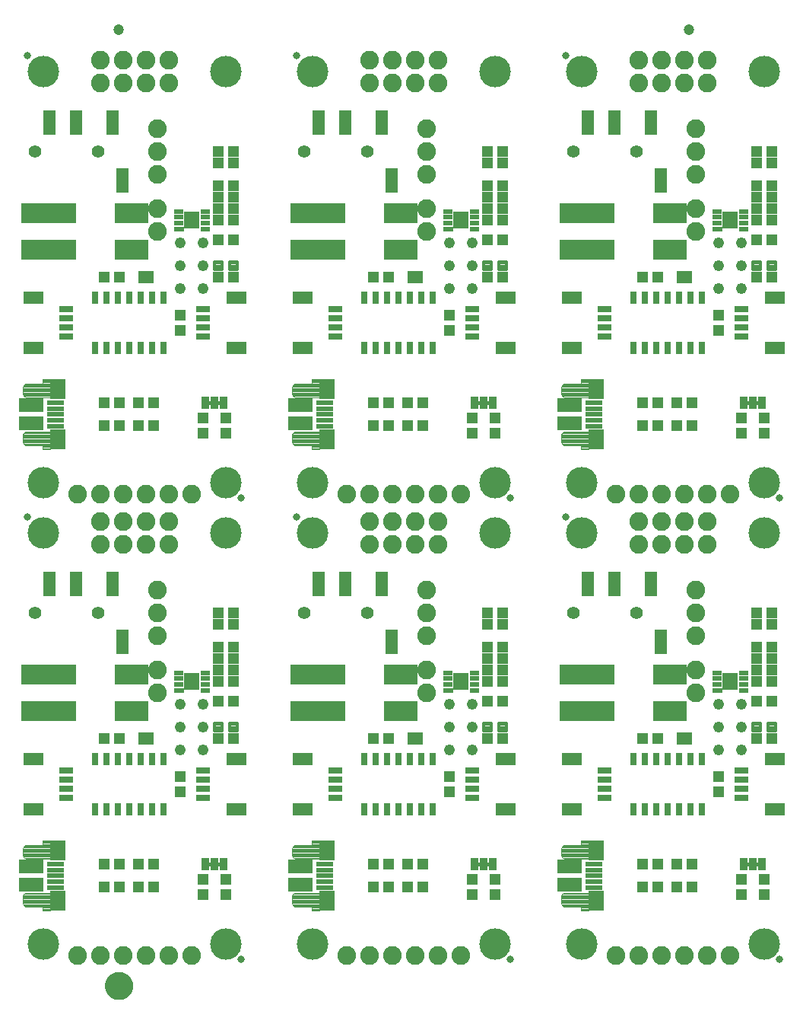
<source format=gts>
G75*
%MOIN*%
%OFA0B0*%
%FSLAX25Y25*%
%IPPOS*%
%LPD*%
%AMOC8*
5,1,8,0,0,1.08239X$1,22.5*
%
%ADD10C,0.13800*%
%ADD11C,0.03300*%
%ADD12R,0.08674X0.05524*%
%ADD13R,0.06115X0.03162*%
%ADD14C,0.08200*%
%ADD15R,0.05131X0.04737*%
%ADD16C,0.01421*%
%ADD17R,0.04737X0.05131*%
%ADD18R,0.07690X0.02375*%
%ADD19R,0.06548X0.08674*%
%ADD20R,0.10643X0.06410*%
%ADD21C,0.00400*%
%ADD22R,0.04146X0.02178*%
%ADD23C,0.00218*%
%ADD24R,0.06706X0.07690*%
%ADD25R,0.03300X0.05800*%
%ADD26R,0.03162X0.05524*%
%ADD27C,0.00500*%
%ADD28C,0.04808*%
%ADD29R,0.14580X0.08674*%
%ADD30R,0.24422X0.08674*%
%ADD31R,0.05524X0.10643*%
%ADD32C,0.05524*%
%ADD33C,0.04737*%
%ADD34C,0.05000*%
%ADD35C,0.06706*%
D10*
X0054750Y0038500D03*
X0134750Y0038500D03*
X0172750Y0038500D03*
X0252750Y0038500D03*
X0290750Y0038500D03*
X0370750Y0038500D03*
X0370750Y0218500D03*
X0370750Y0240500D03*
X0290750Y0240500D03*
X0290750Y0218500D03*
X0252750Y0218500D03*
X0252750Y0240500D03*
X0172750Y0240500D03*
X0172750Y0218500D03*
X0134750Y0218500D03*
X0134750Y0240500D03*
X0054750Y0240500D03*
X0054750Y0218500D03*
X0054750Y0420500D03*
X0134750Y0420500D03*
X0172750Y0420500D03*
X0252750Y0420500D03*
X0290750Y0420500D03*
X0370750Y0420500D03*
D11*
X0283750Y0427500D03*
X0165750Y0427500D03*
X0047750Y0427500D03*
X0141250Y0234000D03*
X0165750Y0225500D03*
X0259250Y0234000D03*
X0283750Y0225500D03*
X0377250Y0234000D03*
X0377250Y0032000D03*
X0259250Y0032000D03*
X0141250Y0032000D03*
X0047750Y0225500D03*
D12*
X0050281Y0299476D03*
X0050281Y0321524D03*
X0139219Y0321524D03*
X0139219Y0299476D03*
X0168281Y0299476D03*
X0168281Y0321524D03*
X0257219Y0321524D03*
X0257219Y0299476D03*
X0286281Y0299476D03*
X0286281Y0321524D03*
X0375219Y0321524D03*
X0375219Y0299476D03*
X0375219Y0119524D03*
X0375219Y0097476D03*
X0286281Y0097476D03*
X0286281Y0119524D03*
X0257219Y0119524D03*
X0257219Y0097476D03*
X0168281Y0097476D03*
X0168281Y0119524D03*
X0139219Y0119524D03*
X0139219Y0097476D03*
X0050281Y0097476D03*
X0050281Y0119524D03*
D13*
X0064750Y0114406D03*
X0064750Y0110469D03*
X0064750Y0106531D03*
X0064750Y0102594D03*
X0124750Y0102594D03*
X0124750Y0106531D03*
X0124750Y0110469D03*
X0124750Y0114406D03*
X0182750Y0114406D03*
X0182750Y0110469D03*
X0182750Y0106531D03*
X0182750Y0102594D03*
X0242750Y0102594D03*
X0242750Y0106531D03*
X0242750Y0110469D03*
X0242750Y0114406D03*
X0300750Y0114406D03*
X0300750Y0110469D03*
X0300750Y0106531D03*
X0300750Y0102594D03*
X0360750Y0102594D03*
X0360750Y0106531D03*
X0360750Y0110469D03*
X0360750Y0114406D03*
X0360750Y0304594D03*
X0360750Y0308531D03*
X0360750Y0312469D03*
X0360750Y0316406D03*
X0300750Y0316406D03*
X0300750Y0312469D03*
X0300750Y0308531D03*
X0300750Y0304594D03*
X0242750Y0304594D03*
X0242750Y0308531D03*
X0242750Y0312469D03*
X0242750Y0316406D03*
X0182750Y0316406D03*
X0182750Y0312469D03*
X0182750Y0308531D03*
X0182750Y0304594D03*
X0124750Y0304594D03*
X0124750Y0308531D03*
X0124750Y0312469D03*
X0124750Y0316406D03*
X0064750Y0316406D03*
X0064750Y0312469D03*
X0064750Y0308531D03*
X0064750Y0304594D03*
D14*
X0104750Y0350500D03*
X0104750Y0360500D03*
X0104750Y0375500D03*
X0104750Y0385500D03*
X0104750Y0395500D03*
X0099750Y0415500D03*
X0099750Y0425500D03*
X0089750Y0425500D03*
X0089750Y0415500D03*
X0079750Y0415500D03*
X0079750Y0425500D03*
X0109750Y0425500D03*
X0109750Y0415500D03*
X0197750Y0415500D03*
X0197750Y0425500D03*
X0207750Y0425500D03*
X0207750Y0415500D03*
X0217750Y0415500D03*
X0217750Y0425500D03*
X0227750Y0425500D03*
X0227750Y0415500D03*
X0222750Y0395500D03*
X0222750Y0385500D03*
X0222750Y0375500D03*
X0222750Y0360500D03*
X0222750Y0350500D03*
X0315750Y0415500D03*
X0315750Y0425500D03*
X0325750Y0425500D03*
X0325750Y0415500D03*
X0335750Y0415500D03*
X0335750Y0425500D03*
X0345750Y0425500D03*
X0345750Y0415500D03*
X0340750Y0395500D03*
X0340750Y0385500D03*
X0340750Y0375500D03*
X0340750Y0360500D03*
X0340750Y0350500D03*
X0335750Y0235500D03*
X0325750Y0235500D03*
X0315750Y0235500D03*
X0305750Y0235500D03*
X0315750Y0223500D03*
X0315750Y0213500D03*
X0325750Y0213500D03*
X0325750Y0223500D03*
X0335750Y0223500D03*
X0335750Y0213500D03*
X0345750Y0213500D03*
X0345750Y0223500D03*
X0345750Y0235500D03*
X0355750Y0235500D03*
X0340750Y0193500D03*
X0340750Y0183500D03*
X0340750Y0173500D03*
X0340750Y0158500D03*
X0340750Y0148500D03*
X0237750Y0235500D03*
X0227750Y0235500D03*
X0217750Y0235500D03*
X0207750Y0235500D03*
X0197750Y0235500D03*
X0187750Y0235500D03*
X0197750Y0223500D03*
X0197750Y0213500D03*
X0207750Y0213500D03*
X0207750Y0223500D03*
X0217750Y0223500D03*
X0217750Y0213500D03*
X0227750Y0213500D03*
X0227750Y0223500D03*
X0222750Y0193500D03*
X0222750Y0183500D03*
X0222750Y0173500D03*
X0222750Y0158500D03*
X0222750Y0148500D03*
X0119750Y0235500D03*
X0109750Y0235500D03*
X0099750Y0235500D03*
X0089750Y0235500D03*
X0079750Y0235500D03*
X0069750Y0235500D03*
X0079750Y0223500D03*
X0079750Y0213500D03*
X0089750Y0213500D03*
X0089750Y0223500D03*
X0099750Y0223500D03*
X0099750Y0213500D03*
X0109750Y0213500D03*
X0109750Y0223500D03*
X0104750Y0193500D03*
X0104750Y0183500D03*
X0104750Y0173500D03*
X0104750Y0158500D03*
X0104750Y0148500D03*
X0099750Y0033500D03*
X0089750Y0033500D03*
X0079750Y0033500D03*
X0069750Y0033500D03*
X0109750Y0033500D03*
X0119750Y0033500D03*
X0187750Y0033500D03*
X0197750Y0033500D03*
X0207750Y0033500D03*
X0217750Y0033500D03*
X0227750Y0033500D03*
X0237750Y0033500D03*
X0305750Y0033500D03*
X0315750Y0033500D03*
X0325750Y0033500D03*
X0335750Y0033500D03*
X0345750Y0033500D03*
X0355750Y0033500D03*
D15*
X0339096Y0063500D03*
X0332404Y0063500D03*
X0324096Y0063500D03*
X0317404Y0063500D03*
X0317404Y0073500D03*
X0324096Y0073500D03*
X0332404Y0073500D03*
X0339096Y0073500D03*
X0324096Y0128500D03*
X0317404Y0128500D03*
X0367404Y0128500D03*
X0374096Y0128500D03*
X0374096Y0145000D03*
X0367404Y0145000D03*
X0367404Y0153500D03*
X0367404Y0158500D03*
X0367404Y0163500D03*
X0367404Y0168500D03*
X0374096Y0168500D03*
X0374096Y0163500D03*
X0374096Y0158500D03*
X0374096Y0153500D03*
X0374096Y0178500D03*
X0374096Y0183500D03*
X0367404Y0183500D03*
X0367404Y0178500D03*
X0339096Y0265500D03*
X0332404Y0265500D03*
X0324096Y0265500D03*
X0317404Y0265500D03*
X0317404Y0275500D03*
X0324096Y0275500D03*
X0332404Y0275500D03*
X0339096Y0275500D03*
X0324096Y0330500D03*
X0317404Y0330500D03*
X0367404Y0330500D03*
X0374096Y0330500D03*
X0374096Y0347000D03*
X0367404Y0347000D03*
X0367404Y0355500D03*
X0367404Y0360500D03*
X0367404Y0365500D03*
X0367404Y0370500D03*
X0374096Y0370500D03*
X0374096Y0365500D03*
X0374096Y0360500D03*
X0374096Y0355500D03*
X0374096Y0380500D03*
X0374096Y0385500D03*
X0367404Y0385500D03*
X0367404Y0380500D03*
X0256096Y0380500D03*
X0256096Y0385500D03*
X0249404Y0385500D03*
X0249404Y0380500D03*
X0249404Y0370500D03*
X0249404Y0365500D03*
X0249404Y0360500D03*
X0249404Y0355500D03*
X0256096Y0355500D03*
X0256096Y0360500D03*
X0256096Y0365500D03*
X0256096Y0370500D03*
X0256096Y0347000D03*
X0249404Y0347000D03*
X0249404Y0330500D03*
X0256096Y0330500D03*
X0206096Y0330500D03*
X0199404Y0330500D03*
X0199404Y0275500D03*
X0206096Y0275500D03*
X0214404Y0275500D03*
X0221096Y0275500D03*
X0221096Y0265500D03*
X0214404Y0265500D03*
X0206096Y0265500D03*
X0199404Y0265500D03*
X0138096Y0330500D03*
X0131404Y0330500D03*
X0131404Y0347000D03*
X0138096Y0347000D03*
X0138096Y0355500D03*
X0138096Y0360500D03*
X0138096Y0365500D03*
X0138096Y0370500D03*
X0131404Y0370500D03*
X0131404Y0365500D03*
X0131404Y0360500D03*
X0131404Y0355500D03*
X0131404Y0380500D03*
X0131404Y0385500D03*
X0138096Y0385500D03*
X0138096Y0380500D03*
X0088096Y0330500D03*
X0081404Y0330500D03*
X0081404Y0275500D03*
X0088096Y0275500D03*
X0096404Y0275500D03*
X0103096Y0275500D03*
X0103096Y0265500D03*
X0096404Y0265500D03*
X0088096Y0265500D03*
X0081404Y0265500D03*
X0131404Y0183500D03*
X0131404Y0178500D03*
X0138096Y0178500D03*
X0138096Y0183500D03*
X0138096Y0168500D03*
X0138096Y0163500D03*
X0138096Y0158500D03*
X0138096Y0153500D03*
X0131404Y0153500D03*
X0131404Y0158500D03*
X0131404Y0163500D03*
X0131404Y0168500D03*
X0131404Y0145000D03*
X0138096Y0145000D03*
X0138096Y0128500D03*
X0131404Y0128500D03*
X0088096Y0128500D03*
X0081404Y0128500D03*
X0081404Y0073500D03*
X0088096Y0073500D03*
X0096404Y0073500D03*
X0103096Y0073500D03*
X0103096Y0063500D03*
X0096404Y0063500D03*
X0088096Y0063500D03*
X0081404Y0063500D03*
X0199404Y0063500D03*
X0206096Y0063500D03*
X0214404Y0063500D03*
X0221096Y0063500D03*
X0221096Y0073500D03*
X0214404Y0073500D03*
X0206096Y0073500D03*
X0199404Y0073500D03*
X0199404Y0128500D03*
X0206096Y0128500D03*
X0249404Y0128500D03*
X0256096Y0128500D03*
X0256096Y0145000D03*
X0249404Y0145000D03*
X0249404Y0153500D03*
X0249404Y0158500D03*
X0249404Y0163500D03*
X0249404Y0168500D03*
X0256096Y0168500D03*
X0256096Y0163500D03*
X0256096Y0158500D03*
X0256096Y0153500D03*
X0256096Y0178500D03*
X0256096Y0183500D03*
X0249404Y0183500D03*
X0249404Y0178500D03*
D16*
X0250955Y0135158D02*
X0250955Y0131842D01*
X0247639Y0131842D01*
X0247639Y0135158D01*
X0250955Y0135158D01*
X0250955Y0133262D02*
X0247639Y0133262D01*
X0247639Y0134682D02*
X0250955Y0134682D01*
X0257861Y0135158D02*
X0257861Y0131842D01*
X0254545Y0131842D01*
X0254545Y0135158D01*
X0257861Y0135158D01*
X0257861Y0133262D02*
X0254545Y0133262D01*
X0254545Y0134682D02*
X0257861Y0134682D01*
X0368955Y0135158D02*
X0368955Y0131842D01*
X0365639Y0131842D01*
X0365639Y0135158D01*
X0368955Y0135158D01*
X0368955Y0133262D02*
X0365639Y0133262D01*
X0365639Y0134682D02*
X0368955Y0134682D01*
X0375861Y0135158D02*
X0375861Y0131842D01*
X0372545Y0131842D01*
X0372545Y0135158D01*
X0375861Y0135158D01*
X0375861Y0133262D02*
X0372545Y0133262D01*
X0372545Y0134682D02*
X0375861Y0134682D01*
X0375861Y0333842D02*
X0375861Y0337158D01*
X0375861Y0333842D02*
X0372545Y0333842D01*
X0372545Y0337158D01*
X0375861Y0337158D01*
X0375861Y0335262D02*
X0372545Y0335262D01*
X0372545Y0336682D02*
X0375861Y0336682D01*
X0368955Y0337158D02*
X0368955Y0333842D01*
X0365639Y0333842D01*
X0365639Y0337158D01*
X0368955Y0337158D01*
X0368955Y0335262D02*
X0365639Y0335262D01*
X0365639Y0336682D02*
X0368955Y0336682D01*
X0257861Y0337158D02*
X0257861Y0333842D01*
X0254545Y0333842D01*
X0254545Y0337158D01*
X0257861Y0337158D01*
X0257861Y0335262D02*
X0254545Y0335262D01*
X0254545Y0336682D02*
X0257861Y0336682D01*
X0250955Y0337158D02*
X0250955Y0333842D01*
X0247639Y0333842D01*
X0247639Y0337158D01*
X0250955Y0337158D01*
X0250955Y0335262D02*
X0247639Y0335262D01*
X0247639Y0336682D02*
X0250955Y0336682D01*
X0139861Y0337158D02*
X0139861Y0333842D01*
X0136545Y0333842D01*
X0136545Y0337158D01*
X0139861Y0337158D01*
X0139861Y0335262D02*
X0136545Y0335262D01*
X0136545Y0336682D02*
X0139861Y0336682D01*
X0132955Y0337158D02*
X0132955Y0333842D01*
X0129639Y0333842D01*
X0129639Y0337158D01*
X0132955Y0337158D01*
X0132955Y0335262D02*
X0129639Y0335262D01*
X0129639Y0336682D02*
X0132955Y0336682D01*
X0132955Y0135158D02*
X0132955Y0131842D01*
X0129639Y0131842D01*
X0129639Y0135158D01*
X0132955Y0135158D01*
X0132955Y0133262D02*
X0129639Y0133262D01*
X0129639Y0134682D02*
X0132955Y0134682D01*
X0139861Y0135158D02*
X0139861Y0131842D01*
X0136545Y0131842D01*
X0136545Y0135158D01*
X0139861Y0135158D01*
X0139861Y0133262D02*
X0136545Y0133262D01*
X0136545Y0134682D02*
X0139861Y0134682D01*
D17*
X0114750Y0111846D03*
X0114750Y0105154D03*
X0124750Y0066846D03*
X0124750Y0060154D03*
X0134750Y0060154D03*
X0134750Y0066846D03*
X0232750Y0105154D03*
X0232750Y0111846D03*
X0242750Y0066846D03*
X0242750Y0060154D03*
X0252750Y0060154D03*
X0252750Y0066846D03*
X0350750Y0105154D03*
X0350750Y0111846D03*
X0360750Y0066846D03*
X0360750Y0060154D03*
X0370750Y0060154D03*
X0370750Y0066846D03*
X0370750Y0262154D03*
X0370750Y0268846D03*
X0360750Y0268846D03*
X0360750Y0262154D03*
X0350750Y0307154D03*
X0350750Y0313846D03*
X0252750Y0268846D03*
X0252750Y0262154D03*
X0242750Y0262154D03*
X0242750Y0268846D03*
X0232750Y0307154D03*
X0232750Y0313846D03*
X0134750Y0268846D03*
X0134750Y0262154D03*
X0124750Y0262154D03*
X0124750Y0268846D03*
X0114750Y0307154D03*
X0114750Y0313846D03*
D18*
X0059990Y0275494D03*
X0059990Y0272935D03*
X0059990Y0270376D03*
X0059990Y0267817D03*
X0059990Y0265258D03*
X0177990Y0265258D03*
X0177990Y0267817D03*
X0177990Y0270376D03*
X0177990Y0272935D03*
X0177990Y0275494D03*
X0295990Y0275494D03*
X0295990Y0272935D03*
X0295990Y0270376D03*
X0295990Y0267817D03*
X0295990Y0265258D03*
X0295990Y0073494D03*
X0295990Y0070935D03*
X0295990Y0068376D03*
X0295990Y0065817D03*
X0295990Y0063258D03*
X0177990Y0063258D03*
X0177990Y0065817D03*
X0177990Y0068376D03*
X0177990Y0070935D03*
X0177990Y0073494D03*
X0059990Y0073494D03*
X0059990Y0070935D03*
X0059990Y0068376D03*
X0059990Y0065817D03*
X0059990Y0063258D03*
D19*
X0061073Y0057354D03*
X0061073Y0079498D03*
X0179073Y0079498D03*
X0179073Y0057354D03*
X0297073Y0057354D03*
X0297073Y0079498D03*
X0297073Y0259354D03*
X0297073Y0281498D03*
X0179073Y0281498D03*
X0179073Y0259354D03*
X0061073Y0259354D03*
X0061073Y0281498D03*
D20*
X0049439Y0274353D03*
X0049428Y0266578D03*
X0167428Y0266578D03*
X0167439Y0274353D03*
X0285439Y0274353D03*
X0285428Y0266578D03*
X0285439Y0072353D03*
X0285428Y0064578D03*
X0167428Y0064578D03*
X0167439Y0072353D03*
X0049439Y0072353D03*
X0049428Y0064578D03*
D21*
X0047230Y0060870D02*
X0057630Y0060970D01*
X0057630Y0053067D01*
X0054325Y0053067D01*
X0054325Y0054870D01*
X0047430Y0054870D01*
X0047084Y0054898D01*
X0046753Y0055002D01*
X0046453Y0055177D01*
X0046199Y0055415D01*
X0046005Y0055702D01*
X0045880Y0056026D01*
X0045830Y0056370D01*
X0045830Y0059370D01*
X0045855Y0059694D01*
X0045952Y0060004D01*
X0046115Y0060285D01*
X0046337Y0060522D01*
X0046606Y0060705D01*
X0046909Y0060823D01*
X0047230Y0060870D01*
X0046798Y0060779D02*
X0057630Y0060779D01*
X0057630Y0060381D02*
X0046205Y0060381D01*
X0045945Y0059982D02*
X0057630Y0059982D01*
X0057630Y0059584D02*
X0045847Y0059584D01*
X0045830Y0059185D02*
X0057630Y0059185D01*
X0057630Y0058787D02*
X0045830Y0058787D01*
X0045830Y0058388D02*
X0057630Y0058388D01*
X0057630Y0057990D02*
X0045830Y0057990D01*
X0045830Y0057591D02*
X0057630Y0057591D01*
X0057630Y0057193D02*
X0045830Y0057193D01*
X0045830Y0056794D02*
X0057630Y0056794D01*
X0057630Y0056396D02*
X0045830Y0056396D01*
X0045891Y0055997D02*
X0057630Y0055997D01*
X0057630Y0055599D02*
X0046075Y0055599D01*
X0046428Y0055200D02*
X0057630Y0055200D01*
X0057630Y0054802D02*
X0054325Y0054802D01*
X0054325Y0054403D02*
X0057630Y0054403D01*
X0057630Y0054005D02*
X0054325Y0054005D01*
X0054325Y0053606D02*
X0057630Y0053606D01*
X0057630Y0053208D02*
X0054325Y0053208D01*
X0054230Y0075870D02*
X0047830Y0075970D01*
X0047330Y0075970D01*
X0047006Y0075995D01*
X0046696Y0076092D01*
X0046415Y0076255D01*
X0046178Y0076477D01*
X0045995Y0076746D01*
X0045877Y0077049D01*
X0045830Y0077370D01*
X0045830Y0080270D01*
X0045858Y0080616D01*
X0045962Y0080947D01*
X0046137Y0081247D01*
X0046374Y0081501D01*
X0046662Y0081695D01*
X0046986Y0081820D01*
X0047330Y0081870D01*
X0054286Y0081850D01*
X0054286Y0083750D01*
X0057630Y0083770D01*
X0057630Y0075870D01*
X0054230Y0075870D01*
X0050848Y0075923D02*
X0057630Y0075923D01*
X0057630Y0076321D02*
X0046344Y0076321D01*
X0046013Y0076720D02*
X0057630Y0076720D01*
X0057630Y0077118D02*
X0045867Y0077118D01*
X0045830Y0077517D02*
X0057630Y0077517D01*
X0057630Y0077915D02*
X0045830Y0077915D01*
X0045830Y0078314D02*
X0057630Y0078314D01*
X0057630Y0078712D02*
X0045830Y0078712D01*
X0045830Y0079111D02*
X0057630Y0079111D01*
X0057630Y0079509D02*
X0045830Y0079509D01*
X0045830Y0079908D02*
X0057630Y0079908D01*
X0057630Y0080306D02*
X0045833Y0080306D01*
X0045886Y0080705D02*
X0057630Y0080705D01*
X0057630Y0081103D02*
X0046053Y0081103D01*
X0046376Y0081502D02*
X0057630Y0081502D01*
X0057630Y0081901D02*
X0054286Y0081901D01*
X0054286Y0082299D02*
X0057630Y0082299D01*
X0057630Y0082698D02*
X0054286Y0082698D01*
X0054286Y0083096D02*
X0057630Y0083096D01*
X0057630Y0083495D02*
X0054286Y0083495D01*
X0163830Y0080270D02*
X0163830Y0077370D01*
X0163877Y0077049D01*
X0163995Y0076746D01*
X0164178Y0076477D01*
X0164415Y0076255D01*
X0164696Y0076092D01*
X0165006Y0075995D01*
X0165330Y0075970D01*
X0165830Y0075970D01*
X0172230Y0075870D01*
X0175630Y0075870D01*
X0175630Y0083770D01*
X0172286Y0083750D01*
X0172286Y0081850D01*
X0165330Y0081870D01*
X0164986Y0081820D01*
X0164662Y0081695D01*
X0164374Y0081501D01*
X0164137Y0081247D01*
X0163962Y0080947D01*
X0163858Y0080616D01*
X0163830Y0080270D01*
X0163833Y0080306D02*
X0175630Y0080306D01*
X0175630Y0079908D02*
X0163830Y0079908D01*
X0163830Y0079509D02*
X0175630Y0079509D01*
X0175630Y0079111D02*
X0163830Y0079111D01*
X0163830Y0078712D02*
X0175630Y0078712D01*
X0175630Y0078314D02*
X0163830Y0078314D01*
X0163830Y0077915D02*
X0175630Y0077915D01*
X0175630Y0077517D02*
X0163830Y0077517D01*
X0163867Y0077118D02*
X0175630Y0077118D01*
X0175630Y0076720D02*
X0164013Y0076720D01*
X0164344Y0076321D02*
X0175630Y0076321D01*
X0175630Y0075923D02*
X0168848Y0075923D01*
X0163886Y0080705D02*
X0175630Y0080705D01*
X0175630Y0081103D02*
X0164053Y0081103D01*
X0164376Y0081502D02*
X0175630Y0081502D01*
X0175630Y0081901D02*
X0172286Y0081901D01*
X0172286Y0082299D02*
X0175630Y0082299D01*
X0175630Y0082698D02*
X0172286Y0082698D01*
X0172286Y0083096D02*
X0175630Y0083096D01*
X0175630Y0083495D02*
X0172286Y0083495D01*
X0175630Y0060970D02*
X0165230Y0060870D01*
X0164909Y0060823D01*
X0164606Y0060705D01*
X0164337Y0060522D01*
X0164115Y0060285D01*
X0163952Y0060004D01*
X0163855Y0059694D01*
X0163830Y0059370D01*
X0163830Y0056370D01*
X0163880Y0056026D01*
X0164005Y0055702D01*
X0164199Y0055415D01*
X0164453Y0055177D01*
X0164753Y0055002D01*
X0165084Y0054898D01*
X0165430Y0054870D01*
X0172325Y0054870D01*
X0172325Y0053067D01*
X0175630Y0053067D01*
X0175630Y0060970D01*
X0175630Y0060779D02*
X0164798Y0060779D01*
X0164205Y0060381D02*
X0175630Y0060381D01*
X0175630Y0059982D02*
X0163945Y0059982D01*
X0163847Y0059584D02*
X0175630Y0059584D01*
X0175630Y0059185D02*
X0163830Y0059185D01*
X0163830Y0058787D02*
X0175630Y0058787D01*
X0175630Y0058388D02*
X0163830Y0058388D01*
X0163830Y0057990D02*
X0175630Y0057990D01*
X0175630Y0057591D02*
X0163830Y0057591D01*
X0163830Y0057193D02*
X0175630Y0057193D01*
X0175630Y0056794D02*
X0163830Y0056794D01*
X0163830Y0056396D02*
X0175630Y0056396D01*
X0175630Y0055997D02*
X0163891Y0055997D01*
X0164075Y0055599D02*
X0175630Y0055599D01*
X0175630Y0055200D02*
X0164428Y0055200D01*
X0172325Y0054802D02*
X0175630Y0054802D01*
X0175630Y0054403D02*
X0172325Y0054403D01*
X0172325Y0054005D02*
X0175630Y0054005D01*
X0175630Y0053606D02*
X0172325Y0053606D01*
X0172325Y0053208D02*
X0175630Y0053208D01*
X0281830Y0056370D02*
X0281830Y0059370D01*
X0281855Y0059694D01*
X0281952Y0060004D01*
X0282115Y0060285D01*
X0282337Y0060522D01*
X0282606Y0060705D01*
X0282909Y0060823D01*
X0283230Y0060870D01*
X0293630Y0060970D01*
X0293630Y0053067D01*
X0290325Y0053067D01*
X0290325Y0054870D01*
X0283430Y0054870D01*
X0283084Y0054898D01*
X0282753Y0055002D01*
X0282453Y0055177D01*
X0282199Y0055415D01*
X0282005Y0055702D01*
X0281880Y0056026D01*
X0281830Y0056370D01*
X0281830Y0056396D02*
X0293630Y0056396D01*
X0293630Y0056794D02*
X0281830Y0056794D01*
X0281830Y0057193D02*
X0293630Y0057193D01*
X0293630Y0057591D02*
X0281830Y0057591D01*
X0281830Y0057990D02*
X0293630Y0057990D01*
X0293630Y0058388D02*
X0281830Y0058388D01*
X0281830Y0058787D02*
X0293630Y0058787D01*
X0293630Y0059185D02*
X0281830Y0059185D01*
X0281847Y0059584D02*
X0293630Y0059584D01*
X0293630Y0059982D02*
X0281945Y0059982D01*
X0282205Y0060381D02*
X0293630Y0060381D01*
X0293630Y0060779D02*
X0282798Y0060779D01*
X0281891Y0055997D02*
X0293630Y0055997D01*
X0293630Y0055599D02*
X0282075Y0055599D01*
X0282428Y0055200D02*
X0293630Y0055200D01*
X0293630Y0054802D02*
X0290325Y0054802D01*
X0290325Y0054403D02*
X0293630Y0054403D01*
X0293630Y0054005D02*
X0290325Y0054005D01*
X0290325Y0053606D02*
X0293630Y0053606D01*
X0293630Y0053208D02*
X0290325Y0053208D01*
X0290230Y0075870D02*
X0283830Y0075970D01*
X0283330Y0075970D01*
X0283006Y0075995D01*
X0282696Y0076092D01*
X0282415Y0076255D01*
X0282178Y0076477D01*
X0281995Y0076746D01*
X0281877Y0077049D01*
X0281830Y0077370D01*
X0281830Y0080270D01*
X0281858Y0080616D01*
X0281962Y0080947D01*
X0282137Y0081247D01*
X0282374Y0081501D01*
X0282662Y0081695D01*
X0282986Y0081820D01*
X0283330Y0081870D01*
X0290286Y0081850D01*
X0290286Y0083750D01*
X0293630Y0083770D01*
X0293630Y0075870D01*
X0290230Y0075870D01*
X0286848Y0075923D02*
X0293630Y0075923D01*
X0293630Y0076321D02*
X0282344Y0076321D01*
X0282013Y0076720D02*
X0293630Y0076720D01*
X0293630Y0077118D02*
X0281867Y0077118D01*
X0281830Y0077517D02*
X0293630Y0077517D01*
X0293630Y0077915D02*
X0281830Y0077915D01*
X0281830Y0078314D02*
X0293630Y0078314D01*
X0293630Y0078712D02*
X0281830Y0078712D01*
X0281830Y0079111D02*
X0293630Y0079111D01*
X0293630Y0079509D02*
X0281830Y0079509D01*
X0281830Y0079908D02*
X0293630Y0079908D01*
X0293630Y0080306D02*
X0281833Y0080306D01*
X0281886Y0080705D02*
X0293630Y0080705D01*
X0293630Y0081103D02*
X0282053Y0081103D01*
X0282376Y0081502D02*
X0293630Y0081502D01*
X0293630Y0081901D02*
X0290286Y0081901D01*
X0290286Y0082299D02*
X0293630Y0082299D01*
X0293630Y0082698D02*
X0290286Y0082698D01*
X0290286Y0083096D02*
X0293630Y0083096D01*
X0293630Y0083495D02*
X0290286Y0083495D01*
X0290325Y0255067D02*
X0290325Y0256870D01*
X0283430Y0256870D01*
X0283084Y0256898D01*
X0282753Y0257002D01*
X0282453Y0257177D01*
X0282199Y0257415D01*
X0282005Y0257702D01*
X0281880Y0258026D01*
X0281830Y0258370D01*
X0281830Y0261370D01*
X0281855Y0261694D01*
X0281952Y0262004D01*
X0282115Y0262285D01*
X0282337Y0262522D01*
X0282606Y0262705D01*
X0282909Y0262823D01*
X0283230Y0262870D01*
X0293630Y0262970D01*
X0293630Y0255067D01*
X0290325Y0255067D01*
X0290325Y0255253D02*
X0293630Y0255253D01*
X0293630Y0255651D02*
X0290325Y0255651D01*
X0290325Y0256050D02*
X0293630Y0256050D01*
X0293630Y0256448D02*
X0290325Y0256448D01*
X0290325Y0256847D02*
X0293630Y0256847D01*
X0293630Y0257245D02*
X0282380Y0257245D01*
X0282045Y0257644D02*
X0293630Y0257644D01*
X0293630Y0258043D02*
X0281878Y0258043D01*
X0281830Y0258441D02*
X0293630Y0258441D01*
X0293630Y0258840D02*
X0281830Y0258840D01*
X0281830Y0259238D02*
X0293630Y0259238D01*
X0293630Y0259637D02*
X0281830Y0259637D01*
X0281830Y0260035D02*
X0293630Y0260035D01*
X0293630Y0260434D02*
X0281830Y0260434D01*
X0281830Y0260832D02*
X0293630Y0260832D01*
X0293630Y0261231D02*
X0281830Y0261231D01*
X0281850Y0261629D02*
X0293630Y0261629D01*
X0293630Y0262028D02*
X0281966Y0262028D01*
X0282247Y0262426D02*
X0293630Y0262426D01*
X0293630Y0262825D02*
X0282923Y0262825D01*
X0283330Y0277970D02*
X0283006Y0277995D01*
X0282696Y0278092D01*
X0282415Y0278255D01*
X0282178Y0278477D01*
X0281995Y0278746D01*
X0281877Y0279049D01*
X0281830Y0279370D01*
X0281830Y0282270D01*
X0281858Y0282616D01*
X0281962Y0282947D01*
X0282137Y0283247D01*
X0282374Y0283501D01*
X0282662Y0283695D01*
X0282986Y0283820D01*
X0283330Y0283870D01*
X0290286Y0283850D01*
X0290286Y0285750D01*
X0293630Y0285770D01*
X0293630Y0277870D01*
X0290230Y0277870D01*
X0283830Y0277970D01*
X0283330Y0277970D01*
X0283953Y0277968D02*
X0293630Y0277968D01*
X0293630Y0278367D02*
X0282296Y0278367D01*
X0281988Y0278765D02*
X0293630Y0278765D01*
X0293630Y0279164D02*
X0281860Y0279164D01*
X0281830Y0279562D02*
X0293630Y0279562D01*
X0293630Y0279961D02*
X0281830Y0279961D01*
X0281830Y0280359D02*
X0293630Y0280359D01*
X0293630Y0280758D02*
X0281830Y0280758D01*
X0281830Y0281156D02*
X0293630Y0281156D01*
X0293630Y0281555D02*
X0281830Y0281555D01*
X0281830Y0281953D02*
X0293630Y0281953D01*
X0293630Y0282352D02*
X0281837Y0282352D01*
X0281900Y0282750D02*
X0293630Y0282750D01*
X0293630Y0283149D02*
X0282079Y0283149D01*
X0282444Y0283547D02*
X0293630Y0283547D01*
X0293630Y0283946D02*
X0290286Y0283946D01*
X0290286Y0284344D02*
X0293630Y0284344D01*
X0293630Y0284743D02*
X0290286Y0284743D01*
X0290286Y0285141D02*
X0293630Y0285141D01*
X0293630Y0285540D02*
X0290286Y0285540D01*
X0175630Y0285540D02*
X0172286Y0285540D01*
X0172286Y0285750D02*
X0175630Y0285770D01*
X0175630Y0277870D01*
X0172230Y0277870D01*
X0165830Y0277970D01*
X0165330Y0277970D01*
X0165006Y0277995D01*
X0164696Y0278092D01*
X0164415Y0278255D01*
X0164178Y0278477D01*
X0163995Y0278746D01*
X0163877Y0279049D01*
X0163830Y0279370D01*
X0163830Y0282270D01*
X0163858Y0282616D01*
X0163962Y0282947D01*
X0164137Y0283247D01*
X0164374Y0283501D01*
X0164662Y0283695D01*
X0164986Y0283820D01*
X0165330Y0283870D01*
X0172286Y0283850D01*
X0172286Y0285750D01*
X0172286Y0285141D02*
X0175630Y0285141D01*
X0175630Y0284743D02*
X0172286Y0284743D01*
X0172286Y0284344D02*
X0175630Y0284344D01*
X0175630Y0283946D02*
X0172286Y0283946D01*
X0175630Y0283547D02*
X0164444Y0283547D01*
X0164079Y0283149D02*
X0175630Y0283149D01*
X0175630Y0282750D02*
X0163900Y0282750D01*
X0163837Y0282352D02*
X0175630Y0282352D01*
X0175630Y0281953D02*
X0163830Y0281953D01*
X0163830Y0281555D02*
X0175630Y0281555D01*
X0175630Y0281156D02*
X0163830Y0281156D01*
X0163830Y0280758D02*
X0175630Y0280758D01*
X0175630Y0280359D02*
X0163830Y0280359D01*
X0163830Y0279961D02*
X0175630Y0279961D01*
X0175630Y0279562D02*
X0163830Y0279562D01*
X0163860Y0279164D02*
X0175630Y0279164D01*
X0175630Y0278765D02*
X0163988Y0278765D01*
X0164296Y0278367D02*
X0175630Y0278367D01*
X0175630Y0277968D02*
X0165953Y0277968D01*
X0165230Y0262870D02*
X0175630Y0262970D01*
X0175630Y0255067D01*
X0172325Y0255067D01*
X0172325Y0256870D01*
X0165430Y0256870D01*
X0165084Y0256898D01*
X0164753Y0257002D01*
X0164453Y0257177D01*
X0164199Y0257415D01*
X0164005Y0257702D01*
X0163880Y0258026D01*
X0163830Y0258370D01*
X0163830Y0261370D01*
X0163855Y0261694D01*
X0163952Y0262004D01*
X0164115Y0262285D01*
X0164337Y0262522D01*
X0164606Y0262705D01*
X0164909Y0262823D01*
X0165230Y0262870D01*
X0164923Y0262825D02*
X0175630Y0262825D01*
X0175630Y0262426D02*
X0164247Y0262426D01*
X0163966Y0262028D02*
X0175630Y0262028D01*
X0175630Y0261629D02*
X0163850Y0261629D01*
X0163830Y0261231D02*
X0175630Y0261231D01*
X0175630Y0260832D02*
X0163830Y0260832D01*
X0163830Y0260434D02*
X0175630Y0260434D01*
X0175630Y0260035D02*
X0163830Y0260035D01*
X0163830Y0259637D02*
X0175630Y0259637D01*
X0175630Y0259238D02*
X0163830Y0259238D01*
X0163830Y0258840D02*
X0175630Y0258840D01*
X0175630Y0258441D02*
X0163830Y0258441D01*
X0163878Y0258043D02*
X0175630Y0258043D01*
X0175630Y0257644D02*
X0164045Y0257644D01*
X0164380Y0257245D02*
X0175630Y0257245D01*
X0175630Y0256847D02*
X0172325Y0256847D01*
X0172325Y0256448D02*
X0175630Y0256448D01*
X0175630Y0256050D02*
X0172325Y0256050D01*
X0172325Y0255651D02*
X0175630Y0255651D01*
X0175630Y0255253D02*
X0172325Y0255253D01*
X0057630Y0255253D02*
X0054325Y0255253D01*
X0054325Y0255067D02*
X0054325Y0256870D01*
X0047430Y0256870D01*
X0047084Y0256898D01*
X0046753Y0257002D01*
X0046453Y0257177D01*
X0046199Y0257415D01*
X0046005Y0257702D01*
X0045880Y0258026D01*
X0045830Y0258370D01*
X0045830Y0261370D01*
X0045855Y0261694D01*
X0045952Y0262004D01*
X0046115Y0262285D01*
X0046337Y0262522D01*
X0046606Y0262705D01*
X0046909Y0262823D01*
X0047230Y0262870D01*
X0057630Y0262970D01*
X0057630Y0255067D01*
X0054325Y0255067D01*
X0054325Y0255651D02*
X0057630Y0255651D01*
X0057630Y0256050D02*
X0054325Y0256050D01*
X0054325Y0256448D02*
X0057630Y0256448D01*
X0057630Y0256847D02*
X0054325Y0256847D01*
X0057630Y0257245D02*
X0046380Y0257245D01*
X0046045Y0257644D02*
X0057630Y0257644D01*
X0057630Y0258043D02*
X0045878Y0258043D01*
X0045830Y0258441D02*
X0057630Y0258441D01*
X0057630Y0258840D02*
X0045830Y0258840D01*
X0045830Y0259238D02*
X0057630Y0259238D01*
X0057630Y0259637D02*
X0045830Y0259637D01*
X0045830Y0260035D02*
X0057630Y0260035D01*
X0057630Y0260434D02*
X0045830Y0260434D01*
X0045830Y0260832D02*
X0057630Y0260832D01*
X0057630Y0261231D02*
X0045830Y0261231D01*
X0045850Y0261629D02*
X0057630Y0261629D01*
X0057630Y0262028D02*
X0045966Y0262028D01*
X0046247Y0262426D02*
X0057630Y0262426D01*
X0057630Y0262825D02*
X0046923Y0262825D01*
X0047330Y0277970D02*
X0047006Y0277995D01*
X0046696Y0278092D01*
X0046415Y0278255D01*
X0046178Y0278477D01*
X0045995Y0278746D01*
X0045877Y0279049D01*
X0045830Y0279370D01*
X0045830Y0282270D01*
X0045858Y0282616D01*
X0045962Y0282947D01*
X0046137Y0283247D01*
X0046374Y0283501D01*
X0046662Y0283695D01*
X0046986Y0283820D01*
X0047330Y0283870D01*
X0054286Y0283850D01*
X0054286Y0285750D01*
X0057630Y0285770D01*
X0057630Y0277870D01*
X0054230Y0277870D01*
X0047830Y0277970D01*
X0047330Y0277970D01*
X0047953Y0277968D02*
X0057630Y0277968D01*
X0057630Y0278367D02*
X0046296Y0278367D01*
X0045988Y0278765D02*
X0057630Y0278765D01*
X0057630Y0279164D02*
X0045860Y0279164D01*
X0045830Y0279562D02*
X0057630Y0279562D01*
X0057630Y0279961D02*
X0045830Y0279961D01*
X0045830Y0280359D02*
X0057630Y0280359D01*
X0057630Y0280758D02*
X0045830Y0280758D01*
X0045830Y0281156D02*
X0057630Y0281156D01*
X0057630Y0281555D02*
X0045830Y0281555D01*
X0045830Y0281953D02*
X0057630Y0281953D01*
X0057630Y0282352D02*
X0045837Y0282352D01*
X0045900Y0282750D02*
X0057630Y0282750D01*
X0057630Y0283149D02*
X0046079Y0283149D01*
X0046444Y0283547D02*
X0057630Y0283547D01*
X0057630Y0283946D02*
X0054286Y0283946D01*
X0054286Y0284344D02*
X0057630Y0284344D01*
X0057630Y0284743D02*
X0054286Y0284743D01*
X0054286Y0285141D02*
X0057630Y0285141D01*
X0057630Y0285540D02*
X0054286Y0285540D01*
D22*
X0125557Y0351661D03*
X0125557Y0354220D03*
X0125557Y0356780D03*
X0125557Y0359339D03*
X0113943Y0359339D03*
X0113943Y0356780D03*
X0113943Y0354220D03*
X0231943Y0354220D03*
X0231943Y0356780D03*
X0231943Y0359339D03*
X0243557Y0359339D03*
X0243557Y0356780D03*
X0243557Y0354220D03*
X0243557Y0351661D03*
X0349943Y0354220D03*
X0349943Y0356780D03*
X0349943Y0359339D03*
X0361557Y0359339D03*
X0361557Y0356780D03*
X0361557Y0354220D03*
X0361557Y0351661D03*
X0361557Y0157339D03*
X0361557Y0154780D03*
X0361557Y0152220D03*
X0361557Y0149661D03*
X0349943Y0152220D03*
X0349943Y0154780D03*
X0349943Y0157339D03*
X0243557Y0157339D03*
X0243557Y0154780D03*
X0243557Y0152220D03*
X0243557Y0149661D03*
X0231943Y0152220D03*
X0231943Y0154780D03*
X0231943Y0157339D03*
X0125557Y0157339D03*
X0125557Y0154780D03*
X0125557Y0152220D03*
X0125557Y0149661D03*
X0113943Y0152220D03*
X0113943Y0154780D03*
X0113943Y0157339D03*
D23*
X0115907Y0148681D02*
X0111979Y0148681D01*
X0111979Y0150641D01*
X0115907Y0150641D01*
X0115907Y0148681D01*
X0115907Y0148898D02*
X0111979Y0148898D01*
X0111979Y0149115D02*
X0115907Y0149115D01*
X0115907Y0149332D02*
X0111979Y0149332D01*
X0111979Y0149549D02*
X0115907Y0149549D01*
X0115907Y0149766D02*
X0111979Y0149766D01*
X0111979Y0149983D02*
X0115907Y0149983D01*
X0115907Y0150200D02*
X0111979Y0150200D01*
X0111979Y0150417D02*
X0115907Y0150417D01*
X0115907Y0150634D02*
X0111979Y0150634D01*
X0229979Y0148681D02*
X0233907Y0148681D01*
X0229979Y0148681D02*
X0229979Y0150641D01*
X0233907Y0150641D01*
X0233907Y0148681D01*
X0233907Y0148898D02*
X0229979Y0148898D01*
X0229979Y0149115D02*
X0233907Y0149115D01*
X0233907Y0149332D02*
X0229979Y0149332D01*
X0229979Y0149549D02*
X0233907Y0149549D01*
X0233907Y0149766D02*
X0229979Y0149766D01*
X0229979Y0149983D02*
X0233907Y0149983D01*
X0233907Y0150200D02*
X0229979Y0150200D01*
X0229979Y0150417D02*
X0233907Y0150417D01*
X0233907Y0150634D02*
X0229979Y0150634D01*
X0347979Y0148681D02*
X0351907Y0148681D01*
X0347979Y0148681D02*
X0347979Y0150641D01*
X0351907Y0150641D01*
X0351907Y0148681D01*
X0351907Y0148898D02*
X0347979Y0148898D01*
X0347979Y0149115D02*
X0351907Y0149115D01*
X0351907Y0149332D02*
X0347979Y0149332D01*
X0347979Y0149549D02*
X0351907Y0149549D01*
X0351907Y0149766D02*
X0347979Y0149766D01*
X0347979Y0149983D02*
X0351907Y0149983D01*
X0351907Y0150200D02*
X0347979Y0150200D01*
X0347979Y0150417D02*
X0351907Y0150417D01*
X0351907Y0150634D02*
X0347979Y0150634D01*
X0347979Y0350681D02*
X0351907Y0350681D01*
X0347979Y0350681D02*
X0347979Y0352641D01*
X0351907Y0352641D01*
X0351907Y0350681D01*
X0351907Y0350898D02*
X0347979Y0350898D01*
X0347979Y0351115D02*
X0351907Y0351115D01*
X0351907Y0351332D02*
X0347979Y0351332D01*
X0347979Y0351549D02*
X0351907Y0351549D01*
X0351907Y0351766D02*
X0347979Y0351766D01*
X0347979Y0351983D02*
X0351907Y0351983D01*
X0351907Y0352200D02*
X0347979Y0352200D01*
X0347979Y0352417D02*
X0351907Y0352417D01*
X0351907Y0352634D02*
X0347979Y0352634D01*
X0233907Y0350681D02*
X0229979Y0350681D01*
X0229979Y0352641D01*
X0233907Y0352641D01*
X0233907Y0350681D01*
X0233907Y0350898D02*
X0229979Y0350898D01*
X0229979Y0351115D02*
X0233907Y0351115D01*
X0233907Y0351332D02*
X0229979Y0351332D01*
X0229979Y0351549D02*
X0233907Y0351549D01*
X0233907Y0351766D02*
X0229979Y0351766D01*
X0229979Y0351983D02*
X0233907Y0351983D01*
X0233907Y0352200D02*
X0229979Y0352200D01*
X0229979Y0352417D02*
X0233907Y0352417D01*
X0233907Y0352634D02*
X0229979Y0352634D01*
X0115907Y0350681D02*
X0111979Y0350681D01*
X0111979Y0352641D01*
X0115907Y0352641D01*
X0115907Y0350681D01*
X0115907Y0350898D02*
X0111979Y0350898D01*
X0111979Y0351115D02*
X0115907Y0351115D01*
X0115907Y0351332D02*
X0111979Y0351332D01*
X0111979Y0351549D02*
X0115907Y0351549D01*
X0115907Y0351766D02*
X0111979Y0351766D01*
X0111979Y0351983D02*
X0115907Y0351983D01*
X0115907Y0352200D02*
X0111979Y0352200D01*
X0111979Y0352417D02*
X0115907Y0352417D01*
X0115907Y0352634D02*
X0111979Y0352634D01*
D24*
X0119750Y0355500D03*
X0237750Y0355500D03*
X0355750Y0355500D03*
X0355750Y0153500D03*
X0237750Y0153500D03*
X0119750Y0153500D03*
D25*
X0101350Y0128500D03*
X0098150Y0128500D03*
X0125750Y0073500D03*
X0129750Y0073500D03*
X0133750Y0073500D03*
X0216150Y0128500D03*
X0219350Y0128500D03*
X0243750Y0073500D03*
X0247750Y0073500D03*
X0251750Y0073500D03*
X0334150Y0128500D03*
X0337350Y0128500D03*
X0361750Y0073500D03*
X0365750Y0073500D03*
X0369750Y0073500D03*
X0369750Y0275500D03*
X0365750Y0275500D03*
X0361750Y0275500D03*
X0337350Y0330500D03*
X0334150Y0330500D03*
X0251750Y0275500D03*
X0247750Y0275500D03*
X0243750Y0275500D03*
X0219350Y0330500D03*
X0216150Y0330500D03*
X0133750Y0275500D03*
X0129750Y0275500D03*
X0125750Y0275500D03*
X0101350Y0330500D03*
X0098150Y0330500D03*
D26*
X0097250Y0321524D03*
X0092250Y0321524D03*
X0087250Y0321524D03*
X0082250Y0321524D03*
X0077250Y0321524D03*
X0077250Y0299476D03*
X0082250Y0299476D03*
X0087250Y0299476D03*
X0092250Y0299476D03*
X0097250Y0299476D03*
X0102250Y0299476D03*
X0107250Y0299476D03*
X0107250Y0321524D03*
X0102250Y0321524D03*
X0195250Y0321524D03*
X0200250Y0321524D03*
X0205250Y0321524D03*
X0210250Y0321524D03*
X0215250Y0321524D03*
X0220250Y0321524D03*
X0225250Y0321524D03*
X0225250Y0299476D03*
X0220250Y0299476D03*
X0215250Y0299476D03*
X0210250Y0299476D03*
X0205250Y0299476D03*
X0200250Y0299476D03*
X0195250Y0299476D03*
X0313250Y0299476D03*
X0318250Y0299476D03*
X0323250Y0299476D03*
X0328250Y0299476D03*
X0333250Y0299476D03*
X0338250Y0299476D03*
X0343250Y0299476D03*
X0343250Y0321524D03*
X0338250Y0321524D03*
X0333250Y0321524D03*
X0328250Y0321524D03*
X0323250Y0321524D03*
X0318250Y0321524D03*
X0313250Y0321524D03*
X0313250Y0119524D03*
X0318250Y0119524D03*
X0323250Y0119524D03*
X0328250Y0119524D03*
X0333250Y0119524D03*
X0338250Y0119524D03*
X0343250Y0119524D03*
X0343250Y0097476D03*
X0338250Y0097476D03*
X0333250Y0097476D03*
X0328250Y0097476D03*
X0323250Y0097476D03*
X0318250Y0097476D03*
X0313250Y0097476D03*
X0225250Y0097476D03*
X0220250Y0097476D03*
X0215250Y0097476D03*
X0210250Y0097476D03*
X0205250Y0097476D03*
X0200250Y0097476D03*
X0195250Y0097476D03*
X0195250Y0119524D03*
X0200250Y0119524D03*
X0205250Y0119524D03*
X0210250Y0119524D03*
X0215250Y0119524D03*
X0220250Y0119524D03*
X0225250Y0119524D03*
X0107250Y0119524D03*
X0102250Y0119524D03*
X0097250Y0119524D03*
X0092250Y0119524D03*
X0087250Y0119524D03*
X0082250Y0119524D03*
X0077250Y0119524D03*
X0077250Y0097476D03*
X0082250Y0097476D03*
X0087250Y0097476D03*
X0092250Y0097476D03*
X0097250Y0097476D03*
X0102250Y0097476D03*
X0107250Y0097476D03*
D27*
X0127000Y0074000D02*
X0128500Y0074000D01*
X0128500Y0073000D01*
X0127000Y0073000D01*
X0127000Y0074000D01*
X0127000Y0073865D02*
X0128500Y0073865D01*
X0128500Y0073366D02*
X0127000Y0073366D01*
X0131000Y0073366D02*
X0132500Y0073366D01*
X0132500Y0073000D02*
X0132500Y0074000D01*
X0131000Y0074000D01*
X0131000Y0073000D01*
X0132500Y0073000D01*
X0132500Y0073865D02*
X0131000Y0073865D01*
X0245000Y0073865D02*
X0246500Y0073865D01*
X0246500Y0074000D02*
X0246500Y0073000D01*
X0245000Y0073000D01*
X0245000Y0074000D01*
X0246500Y0074000D01*
X0246500Y0073366D02*
X0245000Y0073366D01*
X0249000Y0073366D02*
X0250500Y0073366D01*
X0250500Y0073000D02*
X0250500Y0074000D01*
X0249000Y0074000D01*
X0249000Y0073000D01*
X0250500Y0073000D01*
X0250500Y0073865D02*
X0249000Y0073865D01*
X0363000Y0073865D02*
X0364500Y0073865D01*
X0364500Y0074000D02*
X0364500Y0073000D01*
X0363000Y0073000D01*
X0363000Y0074000D01*
X0364500Y0074000D01*
X0364500Y0073366D02*
X0363000Y0073366D01*
X0367000Y0073366D02*
X0368500Y0073366D01*
X0368500Y0073000D02*
X0368500Y0074000D01*
X0367000Y0074000D01*
X0367000Y0073000D01*
X0368500Y0073000D01*
X0368500Y0073865D02*
X0367000Y0073865D01*
X0367000Y0275000D02*
X0367000Y0276000D01*
X0368500Y0276000D01*
X0368500Y0275000D01*
X0367000Y0275000D01*
X0367000Y0275263D02*
X0368500Y0275263D01*
X0368500Y0275762D02*
X0367000Y0275762D01*
X0364500Y0275762D02*
X0363000Y0275762D01*
X0363000Y0276000D02*
X0364500Y0276000D01*
X0364500Y0275000D01*
X0363000Y0275000D01*
X0363000Y0276000D01*
X0363000Y0275263D02*
X0364500Y0275263D01*
X0250500Y0275263D02*
X0249000Y0275263D01*
X0249000Y0275000D02*
X0249000Y0276000D01*
X0250500Y0276000D01*
X0250500Y0275000D01*
X0249000Y0275000D01*
X0249000Y0275762D02*
X0250500Y0275762D01*
X0246500Y0275762D02*
X0245000Y0275762D01*
X0245000Y0276000D02*
X0246500Y0276000D01*
X0246500Y0275000D01*
X0245000Y0275000D01*
X0245000Y0276000D01*
X0245000Y0275263D02*
X0246500Y0275263D01*
X0132500Y0275263D02*
X0131000Y0275263D01*
X0131000Y0275000D02*
X0131000Y0276000D01*
X0132500Y0276000D01*
X0132500Y0275000D01*
X0131000Y0275000D01*
X0131000Y0275762D02*
X0132500Y0275762D01*
X0128500Y0275762D02*
X0127000Y0275762D01*
X0127000Y0276000D02*
X0128500Y0276000D01*
X0128500Y0275000D01*
X0127000Y0275000D01*
X0127000Y0276000D01*
X0127000Y0275263D02*
X0128500Y0275263D01*
D28*
X0124750Y0325500D03*
X0114750Y0325500D03*
X0114750Y0335500D03*
X0114750Y0345500D03*
X0124750Y0345500D03*
X0124750Y0335500D03*
X0232750Y0335500D03*
X0232750Y0345500D03*
X0242750Y0345500D03*
X0242750Y0335500D03*
X0242750Y0325500D03*
X0232750Y0325500D03*
X0350750Y0325500D03*
X0360750Y0325500D03*
X0360750Y0335500D03*
X0360750Y0345500D03*
X0350750Y0345500D03*
X0350750Y0335500D03*
X0350750Y0143500D03*
X0350750Y0133500D03*
X0360750Y0133500D03*
X0360750Y0143500D03*
X0360750Y0123500D03*
X0350750Y0123500D03*
X0242750Y0123500D03*
X0232750Y0123500D03*
X0232750Y0133500D03*
X0232750Y0143500D03*
X0242750Y0143500D03*
X0242750Y0133500D03*
X0124750Y0133500D03*
X0124750Y0143500D03*
X0114750Y0143500D03*
X0114750Y0133500D03*
X0114750Y0123500D03*
X0124750Y0123500D03*
D29*
X0093419Y0140626D03*
X0093419Y0156374D03*
X0211419Y0156374D03*
X0211419Y0140626D03*
X0329419Y0140626D03*
X0329419Y0156374D03*
X0329419Y0342626D03*
X0329419Y0358374D03*
X0211419Y0358374D03*
X0211419Y0342626D03*
X0093419Y0342626D03*
X0093419Y0358374D03*
D30*
X0057002Y0358374D03*
X0057002Y0342626D03*
X0175002Y0342626D03*
X0175002Y0358374D03*
X0293002Y0358374D03*
X0293002Y0342626D03*
X0293002Y0156374D03*
X0293002Y0140626D03*
X0175002Y0140626D03*
X0175002Y0156374D03*
X0057002Y0156374D03*
X0057002Y0140626D03*
D31*
X0089238Y0170705D03*
X0084907Y0196295D03*
X0069159Y0196295D03*
X0057348Y0196295D03*
X0175348Y0196295D03*
X0187159Y0196295D03*
X0202907Y0196295D03*
X0207238Y0170705D03*
X0293348Y0196295D03*
X0305159Y0196295D03*
X0320907Y0196295D03*
X0325238Y0170705D03*
X0325238Y0372705D03*
X0320907Y0398295D03*
X0305159Y0398295D03*
X0293348Y0398295D03*
X0207238Y0372705D03*
X0202907Y0398295D03*
X0187159Y0398295D03*
X0175348Y0398295D03*
X0089238Y0372705D03*
X0084907Y0398295D03*
X0069159Y0398295D03*
X0057348Y0398295D03*
D32*
X0051049Y0385500D03*
X0078608Y0385500D03*
X0169049Y0385500D03*
X0196608Y0385500D03*
X0287049Y0385500D03*
X0314608Y0385500D03*
X0314608Y0183500D03*
X0287049Y0183500D03*
X0196608Y0183500D03*
X0169049Y0183500D03*
X0078608Y0183500D03*
X0051049Y0183500D03*
D33*
X0087750Y0438750D03*
X0337750Y0438750D03*
D34*
X0084185Y0020250D02*
X0084187Y0020369D01*
X0084193Y0020488D01*
X0084203Y0020607D01*
X0084217Y0020725D01*
X0084235Y0020843D01*
X0084256Y0020960D01*
X0084282Y0021076D01*
X0084312Y0021192D01*
X0084345Y0021306D01*
X0084382Y0021419D01*
X0084423Y0021531D01*
X0084468Y0021642D01*
X0084516Y0021751D01*
X0084568Y0021858D01*
X0084624Y0021963D01*
X0084683Y0022067D01*
X0084745Y0022168D01*
X0084811Y0022268D01*
X0084880Y0022365D01*
X0084952Y0022459D01*
X0085028Y0022552D01*
X0085106Y0022641D01*
X0085187Y0022728D01*
X0085272Y0022813D01*
X0085359Y0022894D01*
X0085448Y0022972D01*
X0085541Y0023048D01*
X0085635Y0023120D01*
X0085732Y0023189D01*
X0085832Y0023255D01*
X0085933Y0023317D01*
X0086037Y0023376D01*
X0086142Y0023432D01*
X0086249Y0023484D01*
X0086358Y0023532D01*
X0086469Y0023577D01*
X0086581Y0023618D01*
X0086694Y0023655D01*
X0086808Y0023688D01*
X0086924Y0023718D01*
X0087040Y0023744D01*
X0087157Y0023765D01*
X0087275Y0023783D01*
X0087393Y0023797D01*
X0087512Y0023807D01*
X0087631Y0023813D01*
X0087750Y0023815D01*
X0087869Y0023813D01*
X0087988Y0023807D01*
X0088107Y0023797D01*
X0088225Y0023783D01*
X0088343Y0023765D01*
X0088460Y0023744D01*
X0088576Y0023718D01*
X0088692Y0023688D01*
X0088806Y0023655D01*
X0088919Y0023618D01*
X0089031Y0023577D01*
X0089142Y0023532D01*
X0089251Y0023484D01*
X0089358Y0023432D01*
X0089463Y0023376D01*
X0089567Y0023317D01*
X0089668Y0023255D01*
X0089768Y0023189D01*
X0089865Y0023120D01*
X0089959Y0023048D01*
X0090052Y0022972D01*
X0090141Y0022894D01*
X0090228Y0022813D01*
X0090313Y0022728D01*
X0090394Y0022641D01*
X0090472Y0022552D01*
X0090548Y0022459D01*
X0090620Y0022365D01*
X0090689Y0022268D01*
X0090755Y0022168D01*
X0090817Y0022067D01*
X0090876Y0021963D01*
X0090932Y0021858D01*
X0090984Y0021751D01*
X0091032Y0021642D01*
X0091077Y0021531D01*
X0091118Y0021419D01*
X0091155Y0021306D01*
X0091188Y0021192D01*
X0091218Y0021076D01*
X0091244Y0020960D01*
X0091265Y0020843D01*
X0091283Y0020725D01*
X0091297Y0020607D01*
X0091307Y0020488D01*
X0091313Y0020369D01*
X0091315Y0020250D01*
X0091313Y0020131D01*
X0091307Y0020012D01*
X0091297Y0019893D01*
X0091283Y0019775D01*
X0091265Y0019657D01*
X0091244Y0019540D01*
X0091218Y0019424D01*
X0091188Y0019308D01*
X0091155Y0019194D01*
X0091118Y0019081D01*
X0091077Y0018969D01*
X0091032Y0018858D01*
X0090984Y0018749D01*
X0090932Y0018642D01*
X0090876Y0018537D01*
X0090817Y0018433D01*
X0090755Y0018332D01*
X0090689Y0018232D01*
X0090620Y0018135D01*
X0090548Y0018041D01*
X0090472Y0017948D01*
X0090394Y0017859D01*
X0090313Y0017772D01*
X0090228Y0017687D01*
X0090141Y0017606D01*
X0090052Y0017528D01*
X0089959Y0017452D01*
X0089865Y0017380D01*
X0089768Y0017311D01*
X0089668Y0017245D01*
X0089567Y0017183D01*
X0089463Y0017124D01*
X0089358Y0017068D01*
X0089251Y0017016D01*
X0089142Y0016968D01*
X0089031Y0016923D01*
X0088919Y0016882D01*
X0088806Y0016845D01*
X0088692Y0016812D01*
X0088576Y0016782D01*
X0088460Y0016756D01*
X0088343Y0016735D01*
X0088225Y0016717D01*
X0088107Y0016703D01*
X0087988Y0016693D01*
X0087869Y0016687D01*
X0087750Y0016685D01*
X0087631Y0016687D01*
X0087512Y0016693D01*
X0087393Y0016703D01*
X0087275Y0016717D01*
X0087157Y0016735D01*
X0087040Y0016756D01*
X0086924Y0016782D01*
X0086808Y0016812D01*
X0086694Y0016845D01*
X0086581Y0016882D01*
X0086469Y0016923D01*
X0086358Y0016968D01*
X0086249Y0017016D01*
X0086142Y0017068D01*
X0086037Y0017124D01*
X0085933Y0017183D01*
X0085832Y0017245D01*
X0085732Y0017311D01*
X0085635Y0017380D01*
X0085541Y0017452D01*
X0085448Y0017528D01*
X0085359Y0017606D01*
X0085272Y0017687D01*
X0085187Y0017772D01*
X0085106Y0017859D01*
X0085028Y0017948D01*
X0084952Y0018041D01*
X0084880Y0018135D01*
X0084811Y0018232D01*
X0084745Y0018332D01*
X0084683Y0018433D01*
X0084624Y0018537D01*
X0084568Y0018642D01*
X0084516Y0018749D01*
X0084468Y0018858D01*
X0084423Y0018969D01*
X0084382Y0019081D01*
X0084345Y0019194D01*
X0084312Y0019308D01*
X0084282Y0019424D01*
X0084256Y0019540D01*
X0084235Y0019657D01*
X0084217Y0019775D01*
X0084203Y0019893D01*
X0084193Y0020012D01*
X0084187Y0020131D01*
X0084185Y0020250D01*
D35*
X0087750Y0020250D03*
M02*

</source>
